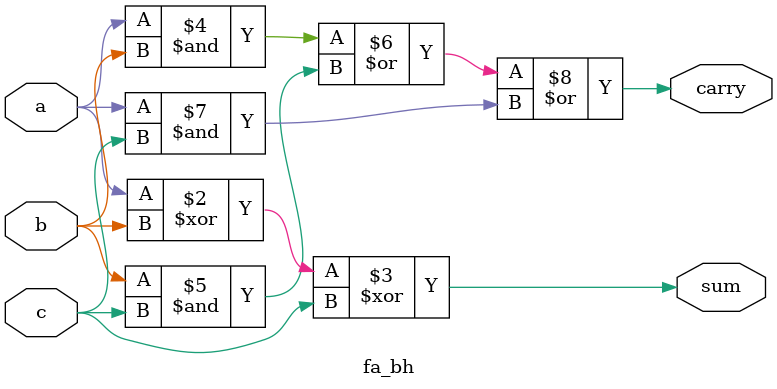
<source format=v>
`timescale 1ns / 1ps
module fa_bh(a,b,c,sum,carry);
	input a,b,c;
	output reg sum,carry;
	
	always@(*)
		begin
			sum<=a^b^c;
			carry<=(a&b | b&c | a&c);
		end

endmodule

</source>
